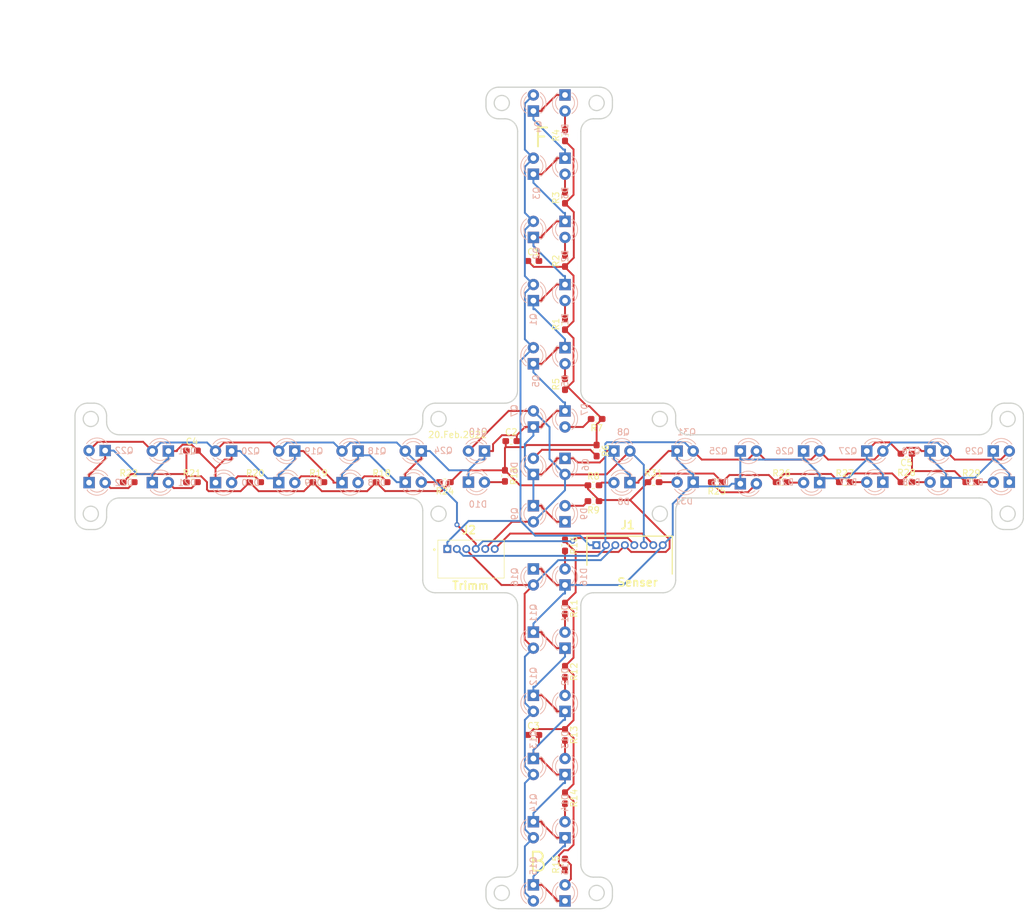
<source format=kicad_pcb>
(kicad_pcb (version 20211014) (generator pcbnew)
  (title_block (title "Line Senser") (date "2022-02-20"))
  (layers (0 "F.Cu" signal) (31 "B.Cu" signal) (34 "B.Paste" user) (35 "F.Paste" user) (36 "B.SilkS" user "B.Silkscreen") (37 "F.SilkS" user "F.Silkscreen") (38 "B.Mask" user) (39 "F.Mask" user) (44 "Edge.Cuts" user))
  (net 0 "")
  (net 1 "Net-(C1-Pad2)")
  (net 2 "Net-(C1-Pad1)")
  (net 3 "Net-(D1-Pad2)")
  (net 4 "Net-(D2-Pad2)")
  (net 5 "Net-(D3-Pad2)")
  (net 6 "Net-(D4-Pad2)")
  (net 7 "Net-(D5-Pad2)")
  (net 8 "Net-(D6-Pad2)")
  (net 9 "Net-(D7-Pad2)")
  (net 10 "Net-(D8-Pad2)")
  (net 11 "Net-(D9-Pad2)")
  (net 12 "Net-(D10-Pad2)")
  (net 13 "Net-(D11-Pad2)")
  (net 14 "Net-(D12-Pad2)")
  (net 15 "Net-(D13-Pad2)")
  (net 16 "Net-(D14-Pad2)")
  (net 17 "Net-(D15-Pad2)")
  (net 18 "Net-(D16-Pad2)")
  (net 19 "Net-(D18-Pad2)")
  (net 20 "Net-(D19-Pad2)")
  (net 21 "Net-(D20-Pad2)")
  (net 22 "Net-(D21-Pad2)")
  (net 23 "Net-(D22-Pad2)")
  (net 24 "Net-(D24-Pad2)")
  (net 25 "Net-(D25-Pad2)")
  (net 26 "Net-(D26-Pad2)")
  (net 27 "Net-(D27-Pad2)")
  (net 28 "Net-(D28-Pad2)")
  (net 29 "Net-(D31-Pad2)")
  (net 30 "Net-(J1-Pad7)")
  (net 31 "Net-(J1-Pad6)")
  (net 32 "Net-(J1-Pad5)")
  (net 33 "Net-(J1-Pad3)")
  (net 34 "Net-(J1-Pad2)")
  (net 35 "Net-(J1-Pad1)")
  (net 36 "Net-(D29-Pad2)")
  (footprint "Capacitor_SMD:C_0603_1608Metric_Pad1.05x0.95mm_HandSolder" (layer "F.Cu") (at 99 106)
    (fp_text reference "C2")
    (fp_text value "10u")
  )
  (footprint "Capacitor_SMD:C_0603_1608Metric_Pad1.05x0.95mm_HandSolder" (layer "F.Cu") (at 102.5 77.5)
    (fp_text reference "C1")
    (fp_text value "10u")
  )
  (footprint "Capacitor_SMD:C_0603_1608Metric_Pad1.05x0.95mm_HandSolder" (layer "F.Cu") (at 102.5 152.5)
    (fp_text reference "C3")
    (fp_text value "10u")
  )
  (footprint "Capacitor_SMD:C_0603_1608Metric_Pad1.05x0.95mm_HandSolder" (layer "F.Cu") (at 48.5 107.5)
    (fp_text reference "C4")
    (fp_text value "10u")
  )
  (footprint "Capacitor_SMD:C_0603_1608Metric_Pad1.05x0.95mm_HandSolder" (layer "F.Cu") (at 161.5 108 180)
    (fp_text reference "C5")
    (fp_text value "10u")
  )
  (footprint "0.main.robot:JSTS8B-ZRLFSN" (layer "F.Cu") (at 112.46 125.64)
    (fp_text reference "J1")
    (fp_text value "Senser")
  )
  (footprint "0.main.robot:JSTS6B-ZRLFSN" (layer "F.Cu") (at 88.885 123.075)
    (fp_text reference "J2")
    (fp_text value "Trimm")
  )
  (footprint "Resistor_SMD:R_0603_1608Metric_Pad1.05x0.95mm_HandSolder" (layer "F.Cu") (at 112.5 107.5 -90)
    (fp_text reference "R6")
    (fp_text value "470")
  )
  (footprint "Resistor_SMD:R_0603_1608Metric_Pad1.05x0.95mm_HandSolder" (layer "F.Cu") (at 112.5 102.5 180)
    (fp_text reference "R7")
    (fp_text value "470")
  )
  (footprint "Resistor_SMD:R_0603_1608Metric_Pad1.05x0.95mm_HandSolder" (layer "F.Cu") (at 107.5 57.625 90)
    (fp_text reference "R4")
    (fp_text value "470")
  )
  (footprint "Resistor_SMD:R_0603_1608Metric_Pad1.05x0.95mm_HandSolder" (layer "F.Cu") (at 112 113)
    (fp_text reference "R8")
    (fp_text value "470")
  )
  (footprint "Resistor_SMD:R_0603_1608Metric_Pad1.05x0.95mm_HandSolder" (layer "F.Cu") (at 121.5 112.5)
    (fp_text reference "R31")
    (fp_text value "470")
  )
  (footprint "Resistor_SMD:R_0603_1608Metric_Pad1.05x0.95mm_HandSolder" (layer "F.Cu") (at 112 115.5 180)
    (fp_text reference "R9")
    (fp_text value "470")
  )
  (footprint "Resistor_SMD:R_0603_1608Metric_Pad1.05x0.95mm_HandSolder" (layer "F.Cu") (at 107.5 122.5 -90)
    (fp_text reference "R16")
    (fp_text value "470")
  )
  (footprint "Resistor_SMD:R_0603_1608Metric_Pad1.05x0.95mm_HandSolder" (layer "F.Cu") (at 98 111.5 -90)
    (fp_text reference "R10")
    (fp_text value "470")
  )
  (footprint "Resistor_SMD:R_0603_1608Metric_Pad1.05x0.95mm_HandSolder" (layer "F.Cu") (at 88.5 112.5 180)
    (fp_text reference "R24")
    (fp_text value "470")
  )
  (footprint "Resistor_SMD:R_0603_1608Metric_Pad1.05x0.95mm_HandSolder" (layer "F.Cu") (at 107.5 87.5 90)
    (fp_text reference "R1")
    (fp_text value "470")
  )
  (footprint "Resistor_SMD:R_0603_1608Metric_Pad1.05x0.95mm_HandSolder" (layer "F.Cu") (at 107.5 77.5 90)
    (fp_text reference "R2")
    (fp_text value "470")
  )
  (footprint "Resistor_SMD:R_0603_1608Metric_Pad1.05x0.95mm_HandSolder" (layer "F.Cu") (at 107.5 67.5 90)
    (fp_text reference "R3")
    (fp_text value "470")
  )
  (footprint "Resistor_SMD:R_0603_1608Metric_Pad1.05x0.95mm_HandSolder" (layer "F.Cu") (at 107.5 132.5 -90)
    (fp_text reference "R11")
    (fp_text value "470")
  )
  (footprint "Resistor_SMD:R_0603_1608Metric_Pad1.05x0.95mm_HandSolder" (layer "F.Cu") (at 107.5 142.5 -90)
    (fp_text reference "R12")
    (fp_text value "470")
  )
  (footprint "Resistor_SMD:R_0603_1608Metric_Pad1.05x0.95mm_HandSolder" (layer "F.Cu") (at 107.5 152.5 -90)
    (fp_text reference "R13")
    (fp_text value "470")
  )
  (footprint "Resistor_SMD:R_0603_1608Metric_Pad1.05x0.95mm_HandSolder" (layer "F.Cu") (at 107.5 162.5 -90)
    (fp_text reference "R14")
    (fp_text value "470")
  )
  (footprint "Resistor_SMD:R_0603_1608Metric_Pad1.05x0.95mm_HandSolder" (layer "F.Cu") (at 107.5 173 90)
    (fp_text reference "R15")
    (fp_text value "470")
  )
  (footprint "Resistor_SMD:R_0603_1608Metric_Pad1.05x0.95mm_HandSolder" (layer "F.Cu") (at 78.5 112.5)
    (fp_text reference "R18")
    (fp_text value "470")
  )
  (footprint "Resistor_SMD:R_0603_1608Metric_Pad1.05x0.95mm_HandSolder" (layer "F.Cu") (at 68.5 112.5)
    (fp_text reference "R19")
    (fp_text value "470")
  )
  (footprint "Resistor_SMD:R_0603_1608Metric_Pad1.05x0.95mm_HandSolder" (layer "F.Cu") (at 58.5 112.5)
    (fp_text reference "R20")
    (fp_text value "470")
  )
  (footprint "Resistor_SMD:R_0603_1608Metric_Pad1.05x0.95mm_HandSolder" (layer "F.Cu") (at 48.5 112.5)
    (fp_text reference "R21")
    (fp_text value "470")
  )
  (footprint "Resistor_SMD:R_0603_1608Metric_Pad1.05x0.95mm_HandSolder" (layer "F.Cu") (at 38.5 112.5)
    (fp_text reference "R22")
    (fp_text value "470")
  )
  (footprint "Resistor_SMD:R_0603_1608Metric_Pad1.05x0.95mm_HandSolder" (layer "F.Cu") (at 131.5 112.5 180)
    (fp_text reference "R25")
    (fp_text value "470")
  )
  (footprint "Resistor_SMD:R_0603_1608Metric_Pad1.05x0.95mm_HandSolder" (layer "F.Cu") (at 141.75 112.5)
    (fp_text reference "R26")
    (fp_text value "470")
  )
  (footprint "Resistor_SMD:R_0603_1608Metric_Pad1.05x0.95mm_HandSolder" (layer "F.Cu") (at 151.75 112.5)
    (fp_text reference "R27")
    (fp_text value "470")
  )
  (footprint "Resistor_SMD:R_0603_1608Metric_Pad1.05x0.95mm_HandSolder" (layer "F.Cu") (at 161.5 112.5)
    (fp_text reference "R28")
    (fp_text value "470")
  )
  (footprint "Resistor_SMD:R_0603_1608Metric_Pad1.05x0.95mm_HandSolder" (layer "F.Cu") (at 171.75 112.5)
    (fp_text reference "R29")
    (fp_text value "470")
  )
  (footprint "Resistor_SMD:R_0603_1608Metric_Pad1.05x0.95mm_HandSolder" (layer "F.Cu") (at 107.5 97 90)
    (fp_text reference "R5")
    (fp_text value "470")
  )
  (footprint "0.main.robot:OSW54K3131A" (layer "B.Cu") (at 102.5 110 90)
    (fp_text reference "D6")
    (fp_text value "LED")
  )
  (footprint "0.main.robot:OSW54K3131A" (layer "B.Cu") (at 107.5 102.5 -90)
    (fp_text reference "D7")
    (fp_text value "LED")
  )
  (footprint "0.main.robot:OSW54K3131A" (layer "B.Cu") (at 107.5 52.5 -90)
    (fp_text reference "D4")
    (fp_text value "LED")
  )
  (footprint "0.main.robot:OSW54K3131A" (layer "B.Cu") (at 107.5 127.5 90)
    (fp_text reference "D16")
    (fp_text value "LED")
  )
  (footprint "0.main.robot:OSW54K3131A" (layer "B.Cu") (at 93.5 112.5)
    (fp_text reference "D10")
    (fp_text value "LED")
  )
  (footprint "0.main.robot:OSW54K3131A" (layer "B.Cu") (at 83.5 112.5)
    (fp_text reference "D24")
    (fp_text value "LED")
  )
  (footprint "0.main.robot:OSW54K3131A" (layer "B.Cu") (at 107.5 82.5 -90)
    (fp_text reference "D1")
    (fp_text value "LED")
  )
  (footprint "0.main.robot:OSW54K3131A" (layer "B.Cu") (at 107.5 72.5 -90)
    (fp_text reference "D2")
    (fp_text value "LED")
  )
  (footprint "0.main.robot:OSW54K3131A" (layer "B.Cu") (at 107.5 62.5 -90)
    (fp_text reference "D3")
    (fp_text value "LED")
  )
  (footprint "0.main.robot:OSW54K3131A" (layer "B.Cu") (at 107.5 137.5 90)
    (fp_text reference "D11")
    (fp_text value "LED")
  )
  (footprint "0.main.robot:OSW54K3131A" (layer "B.Cu") (at 107.5 147.5 90)
    (fp_text reference "D12")
    (fp_text value "LED")
  )
  (footprint "0.main.robot:OSW54K3131A" (layer "B.Cu") (at 107.5 157.5 90)
    (fp_text reference "D13")
    (fp_text value "LED")
  )
  (footprint "0.main.robot:OSW54K3131A" (layer "B.Cu") (at 107.5 167.5 90)
    (fp_text reference "D14")
    (fp_text value "LED")
  )
  (footprint "0.main.robot:OSW54K3131A" (layer "B.Cu") (at 107.5 177.5 90)
    (fp_text reference "D15")
    (fp_text value "LED")
  )
  (footprint "0.main.robot:OSW54K3131A" (layer "B.Cu") (at 63.5 112.574)
    (fp_text reference "D19")
    (fp_text value "LED")
  )
  (footprint "0.main.robot:OSW54K3131A" (layer "B.Cu") (at 53.5 112.574)
    (fp_text reference "D20")
    (fp_text value "LED")
  )
  (footprint "0.main.robot:OSW54K3131A" (layer "B.Cu") (at 43.5 112.574)
    (fp_text reference "D21")
    (fp_text value "LED")
  )
  (footprint "0.main.robot:NJL7502L" (layer "B.Cu") (at 107.5 110 -90)
    (fp_text reference "Q6")
    (fp_text value "Q_Photo")
  )
  (footprint "0.main.robot:NJL7502L" (layer "B.Cu") (at 102.5 102.5 90)
    (fp_text reference "Q7")
    (fp_text value "Q_Photo")
  )
  (footprint "0.main.robot:NJL7502L" (layer "B.Cu") (at 102.5 52.5 90)
    (fp_text reference "Q4")
    (fp_text value "Q_Photo")
  )
  (footprint "0.main.robot:NJL7502L" (layer "B.Cu") (at 116.5 107.574)
    (fp_text reference "Q8")
    (fp_text value "Q_Photo")
  )
  (footprint "0.main.robot:NJL7502L" (layer "B.Cu") (at 126.5 107.574)
    (fp_text reference "Q31")
    (fp_text value "Q_Photo")
  )
  (footprint "0.main.robot:NJL7502L" (layer "B.Cu") (at 93.5 107.574 180)
    (fp_text reference "Q10")
    (fp_text value "Q_Photo")
  )
  (footprint "0.main.robot:NJL7502L" (layer "B.Cu") (at 83.5 107.574 180)
    (fp_text reference "Q24")
    (fp_text value "Q_Photo")
  )
  (footprint "0.main.robot:NJL7502L" (layer "B.Cu") (at 102.5 82.5 90)
    (fp_text reference "Q1")
    (fp_text value "Q_Photo")
  )
  (footprint "0.main.robot:NJL7502L" (layer "B.Cu") (at 102.5 72.5 90)
    (fp_text reference "Q2")
    (fp_text value "Q_Photo")
  )
  (footprint "0.main.robot:NJL7502L" (layer "B.Cu") (at 102.5 62.5 90)
    (fp_text reference "Q3")
    (fp_text value "Q_Photo")
  )
  (footprint "0.main.robot:NJL7502L" (layer "B.Cu") (at 102.5 167.5 -90)
    (fp_text reference "Q14")
    (fp_text value "Q_Photo")
  )
  (footprint "0.main.robot:NJL7502L" (layer "B.Cu") (at 102.5 177.5 -90)
    (fp_text reference "Q15")
    (fp_text value "Q_Photo")
  )
  (footprint "0.main.robot:NJL7502L" (layer "B.Cu") (at 73.5 107.574 180)
    (fp_text reference "Q18")
    (fp_text value "Q_Photo")
  )
  (footprint "0.main.robot:NJL7502L" (layer "B.Cu") (at 63.5 107.574 180)
    (fp_text reference "Q19")
    (fp_text value "Q_Photo")
  )
  (footprint "0.main.robot:NJL7502L" (layer "B.Cu") (at 53.5 107.574 180)
    (fp_text reference "Q20")
    (fp_text value "Q_Photo")
  )
  (footprint "0.main.robot:NJL7502L" (layer "B.Cu") (at 43.5 107.574 180)
    (fp_text reference "Q21")
    (fp_text value "Q_Photo")
  )
  (footprint "0.main.robot:NJL7502L" (layer "B.Cu") (at 33.5 107.5 180)
    (fp_text reference "Q22")
    (fp_text value "Q_Photo")
  )
  (footprint "0.main.robot:NJL7502L" (layer "B.Cu") (at 136.5 107.574)
    (fp_text reference "Q25")
    (fp_text value "Q_Photo")
  )
  (footprint "0.main.robot:NJL7502L" (layer "B.Cu") (at 146.5 107.574)
    (fp_text reference "Q26")
    (fp_text value "Q_Photo")
  )
  (footprint "0.main.robot:NJL7502L" (layer "B.Cu") (at 156.5 107.574)
    (fp_text reference "Q27")
    (fp_text value "Q_Photo")
  )
  (footprint "0.main.robot:NJL7502L" (layer "B.Cu") (at 166.5 107.574)
    (fp_text reference "Q28")
    (fp_text value "Q_Photo")
  )
  (footprint "0.main.robot:NJL7502L" (layer "B.Cu") (at 176.5 107.574)
    (fp_text reference "Q29")
    (fp_text value "Q_Photo")
  )
  (footprint "0.main.robot:OSW54K3131A" (layer "B.Cu") (at 107.5 92.5 -90)
    (fp_text reference "D5")
    (fp_text value "LED")
  )
  (footprint "0.main.robot:NJL7502L" (layer "B.Cu") (at 102.5 92.5 90)
    (fp_text reference "Q5")
    (fp_text value "Q_Photo")
  )
  (footprint "0.main.robot:OSW54K3131A" (layer "B.Cu") (at 136.5 112.75)
    (fp_text reference "D25")
    (fp_text value "LED")
  )
  (footprint "0.main.robot:OSW54K3131A" (layer "B.Cu") (at 33.5 112.574)
    (fp_text reference "D22")
    (fp_text value "LED")
  )
  (footprint "0.main.robot:OSW54K3131A" (layer "B.Cu") (at 73.5 112.574)
    (fp_text reference "D18")
    (fp_text value "LED")
  )
  (footprint "0.main.robot:OSW54K3131A" (layer "B.Cu") (at 176.5 112.5 180)
    (fp_text reference "D29")
    (fp_text value "LED")
  )
  (footprint "0.main.robot:OSW54K3131A" (layer "B.Cu") (at 166.5 112.5 180)
    (fp_text reference "D28")
    (fp_text value "LED")
  )
  (footprint "0.main.robot:OSW54K3131A" (layer "B.Cu") (at 156.5 112.5 180)
    (fp_text reference "D27")
    (fp_text value "LED")
  )
  (footprint "0.main.robot:OSW54K3131A" (layer "B.Cu") (at 146.5 112.574 180)
    (fp_text reference "D26")
    (fp_text value "LED")
  )
  (footprint "0.main.robot:OSW54K3131A" (layer "B.Cu") (at 126.5 112.5 180)
    (fp_text reference "D31")
    (fp_text value "LED")
  )
  (footprint "0.main.robot:OSW54K3131A" (layer "B.Cu") (at 116.5 112.574 180)
    (fp_text reference "D8")
    (fp_text value "LED")
  )
  (footprint "0.main.robot:OSW54K3131A" (layer "B.Cu") (at 107.5 117.5 90)
    (fp_text reference "D9")
    (fp_text value "LED")
  )
  (footprint "0.main.robot:NJL7502L" (layer "B.Cu") (at 102.5 127.5 -90)
    (fp_text reference "Q16")
    (fp_text value "Q_Photo")
  )
  (footprint "0.main.robot:NJL7502L" (layer "B.Cu") (at 102.5 137.5 -90)
    (fp_text reference "Q11")
    (fp_text value "Q_Photo")
  )
  (footprint "0.main.robot:NJL7502L" (layer "B.Cu") (at 102.5 157.5 -90)
    (fp_text reference "Q13")
    (fp_text value "Q_Photo")
  )
  (footprint "0.main.robot:NJL7502L" (layer "B.Cu") (at 102.5 117.5 -90)
    (fp_text reference "Q9")
    (fp_text value "Q_Photo")
  )
  (footprint "0.main.robot:NJL7502L" (layer "B.Cu") (at 102.5 147.5 -90)
    (fp_text reference "Q12")
    (fp_text value "Q_Photo")
  )
  (gr_line (start 112 175) (end 113 175) (layer "Edge.Cuts") (width 0.2))
  (gr_arc (start 175.000001 103) (mid 174.414215 104.414214) (end 173.000001 105) (layer "Edge.Cuts") (width 0.2))
  (gr_line (start 94.999999 52.999999) (end 94.999999 52) (layer "Edge.Cuts") (width 0.2))
  (gr_line (start 96.999999 50) (end 113 49.999999) (layer "Edge.Cuts") (width 0.2))
  (gr_circle (center 32.499998 117.5) (end 33.699998 117.5) (layer "Edge.Cuts") (width 0.2) (fill none))
  (gr_arc (start 84.999999 103) (mid 84.414213 104.414214) (end 82.999999 105) (layer "Edge.Cuts") (width 0.2))
  (gr_line (start 177.000001 99.999999) (end 178.000001 99.999999) (layer "Edge.Cuts") (width 0.2))
  (gr_arc (start 98 54.999999) (mid 99.414214 55.585785) (end 100 56.999999) (layer "Edge.Cuts") (width 0.2))
  (gr_arc (start 100 97.999999) (mid 99.414214 99.414213) (end 98 99.999999) (layer "Edge.Cuts") (width 0.2))
  (gr_circle (center 122.5 102.499999) (end 123.7 102.499999) (layer "Edge.Cuts") (width 0.2) (fill none))
  (gr_line (start 127 105) (end 173.000001 105) (layer "Edge.Cuts") (width 0.2))
  (gr_line (start 112 99.999999) (end 123 99.999999) (layer "Edge.Cuts") (width 0.2))
  (gr_line (start 86.999999 99.999999) (end 98 99.999999) (layer "Edge.Cuts") (width 0.2))
  (gr_arc (start 112 99.999999) (mid 110.585786 99.414213) (end 110 97.999999) (layer "Edge.Cuts") (width 0.2))
  (gr_arc (start 94.999999 177) (mid 95.585785 175.585786) (end 96.999999 175) (layer "Edge.Cuts") (width 0.2))
  (gr_arc (start 115 52.999999) (mid 114.414214 54.414213) (end 113 54.999999) (layer "Edge.Cuts") (width 0.2))
  (gr_circle (center 87.499999 117.5) (end 88.699999 117.5) (layer "Edge.Cuts") (width 0.2) (fill none))
  (gr_line (start 175.000001 118) (end 175.000001 117) (layer "Edge.Cuts") (width 0.2))
  (gr_arc (start 113 49.999999) (mid 114.414214 50.585785) (end 115 51.999999) (layer "Edge.Cuts") (width 0.2))
  (gr_line (start 84.999999 128) (end 84.999999 117) (layer "Edge.Cuts") (width 0.2))
  (gr_circle (center 87.499999 102.499999) (end 88.699999 102.499999) (layer "Edge.Cuts") (width 0.2) (fill none))
  (gr_line (start 29.999998 118) (end 29.999998 101.999999) (layer "Edge.Cuts") (width 0.2))
  (gr_circle (center 122.5 117.5) (end 123.7 117.5) (layer "Edge.Cuts") (width 0.2) (fill none))
  (gr_line (start 180.000001 101.999999) (end 180.000001 118) (layer "Edge.Cuts") (width 0.2))
  (gr_line (start 32.999998 120) (end 31.999998 120) (layer "Edge.Cuts") (width 0.2))
  (gr_line (start 113 180.000001) (end 96.999999 180.000001) (layer "Edge.Cuts") (width 0.2))
  (gr_line (start 113 54.999999) (end 112 54.999999) (layer "Edge.Cuts") (width 0.2))
  (gr_arc (start 125 128) (mid 124.414214 129.414214) (end 123 130) (layer "Edge.Cuts") (width 0.2))
  (gr_line (start 125 101.999999) (end 125 103) (layer "Edge.Cuts") (width 0.2))
  (gr_arc (start 96.999999 54.999999) (mid 95.585785 54.414213) (end 94.999999 52.999999) (layer "Edge.Cuts") (width 0.2))
  (gr_arc (start 125 117) (mid 125.585786 115.585786) (end 127 115) (layer "Edge.Cuts") (width 0.2))
  (gr_line (start 96.999999 175) (end 98 175) (layer "Edge.Cuts") (width 0.2))
  (gr_line (start 100 173) (end 100 132) (layer "Edge.Cuts") (width 0.2))
  (gr_arc (start 96.999999 180.000001) (mid 95.585785 179.414215) (end 94.999999 178.000001) (layer "Edge.Cuts") (width 0.2))
  (gr_arc (start 113 175) (mid 114.414214 175.585786) (end 115 177) (layer "Edge.Cuts") (width 0.2))
  (gr_arc (start 173.000001 115) (mid 174.414215 115.585786) (end 175.000001 117) (layer "Edge.Cuts") (width 0.2))
  (gr_line (start 110 132) (end 110 173) (layer "Edge.Cuts") (width 0.2))
  (gr_arc (start 112 175) (mid 110.585786 174.414214) (end 110 173) (layer "Edge.Cuts") (width 0.2))
  (gr_line (start 34.999998 117) (end 34.999998 118) (layer "Edge.Cuts") (width 0.2))
  (gr_arc (start 84.999999 101.999999) (mid 85.585785 100.585785) (end 86.999999 99.999999) (layer "Edge.Cuts") (width 0.2))
  (gr_line (start 115 51.999999) (end 115 52.999999) (layer "Edge.Cuts") (width 0.2))
  (gr_arc (start 178.000001 99.999999) (mid 179.414215 100.585785) (end 180.000001 101.999999) (layer "Edge.Cuts") (width 0.2))
  (gr_arc (start 32.999998 99.999999) (mid 34.414212 100.585785) (end 34.999998 101.999999) (layer "Edge.Cuts") (width 0.2))
  (gr_arc (start 127 105) (mid 125.585786 104.414214) (end 125 103) (layer "Edge.Cuts") (width 0.2))
  (gr_arc (start 115 178.000001) (mid 114.414214 179.414215) (end 113 180.000001) (layer "Edge.Cuts") (width 0.2))
  (gr_circle (center 97.499999 177.500001) (end 98.699999 177.500001) (layer "Edge.Cuts") (width 0.2) (fill none))
  (gr_arc (start 110 56.999999) (mid 110.585786 55.585785) (end 112 54.999999) (layer "Edge.Cuts") (width 0.2))
  (gr_arc (start 31.999998 120) (mid 30.585784 119.414214) (end 29.999998 118) (layer "Edge.Cuts") (width 0.2))
  (gr_arc (start 100 173) (mid 99.414214 174.414214) (end 98 175) (layer "Edge.Cuts") (width 0.2))
  (gr_arc (start 86.999999 130) (mid 85.585785 129.414214) (end 84.999999 128) (layer "Edge.Cuts") (width 0.2))
  (gr_circle (center 112.5 177.500001) (end 113.7 177.500001) (layer "Edge.Cuts") (width 0.2) (fill none))
  (gr_line (start 98 54.999999) (end 96.999999 54.999999) (layer "Edge.Cuts") (width 0.2))
  (gr_circle (center 112.5 52.499999) (end 113.7 52.499999) (layer "Edge.Cuts") (width 0.2) (fill none))
  (gr_arc (start 180.000001 118) (mid 179.414215 119.414214) (end 178.000001 120) (layer "Edge.Cuts") (width 0.2))
  (gr_circle (center 177.500001 102.499999) (end 178.700001 102.499999) (layer "Edge.Cuts") (width 0.2) (fill none))
  (gr_arc (start 29.999998 101.999999) (mid 30.585784 100.585785) (end 31.999998 99.999999) (layer "Edge.Cuts") (width 0.2))
  (gr_line (start 31.999998 99.999999) (end 32.999998 99.999999) (layer "Edge.Cuts") (width 0.2))
  (gr_arc (start 34.999998 118) (mid 34.414212 119.414214) (end 32.999998 120) (layer "Edge.Cuts") (width 0.2))
  (gr_line (start 123 130) (end 112 130) (layer "Edge.Cuts") (width 0.2))
  (gr_line (start 94.999999 178.000001) (end 94.999999 177) (layer "Edge.Cuts") (width 0.2))
  (gr_arc (start 34.999998 117) (mid 35.585784 115.585786) (end 36.999998 115) (layer "Edge.Cuts") (width 0.2))
  (gr_circle (center 32.499998 102.499999) (end 33.699998 102.499999) (layer "Edge.Cuts") (width 0.2) (fill none))
  (gr_arc (start 98 130) (mid 99.414214 130.585786) (end 100 132) (layer "Edge.Cuts") (width 0.2))
  (gr_line (start 82.999999 115) (end 36.999998 115) (layer "Edge.Cuts") (width 0.2))
  (gr_arc (start 110 132) (mid 110.585786 130.585786) (end 112 130) (layer "Edge.Cuts") (width 0.2))
  (gr_line (start 84.999999 103) (end 84.999999 101.999999) (layer "Edge.Cuts") (width 0.2))
  (gr_arc (start 123 99.999999) (mid 124.414214 100.585785) (end 125 101.999999) (layer "Edge.Cuts") (width 0.2))
  (gr_line (start 178.000001 120) (end 177.000001 120) (layer "Edge.Cuts") (width 0.2))
  (gr_line (start 175.000001 103) (end 175.000001 101.999999) (layer "Edge.Cuts") (width 0.2))
  (gr_line (start 115 177) (end 115 178.000001) (layer "Edge.Cuts") (width 0.2))
  (gr_line (start 173.000001 115) (end 127 115) (layer "Edge.Cuts") (width 0.2))
  (gr_line (start 36.999998 105) (end 82.999999 105) (layer "Edge.Cuts") (width 0.2))
  (gr_line (start 125 117) (end 125 128) (layer "Edge.Cuts") (width 0.2))
  (gr_line (start 34.999998 101.999999) (end 34.999998 103) (layer "Edge.Cuts") (width 0.2))
  (gr_circle (center 177.500001 117.5) (end 178.700001 117.5) (layer "Edge.Cuts") (width 0.2) (fill none))
  (gr_line (start 100 97.999999) (end 100 56.999999) (layer "Edge.Cuts") (width 0.2))
  (gr_arc (start 94.999999 52) (mid 95.585785 50.585786) (end 96.999999 50) (layer "Edge.Cuts") (width 0.2))
  (gr_arc (start 175.000001 101.999999) (mid 175.585787 100.585785) (end 177.000001 99.999999) (layer "Edge.Cuts") (width 0.2))
  (gr_circle (center 97.499999 52.499999) (end 98.699999 52.499999) (layer "Edge.Cuts") (width 0.2) (fill none))
  (gr_arc (start 36.999998 105) (mid 35.585784 104.414214) (end 34.999998 103) (layer "Edge.Cuts") (width 0.2))
  (gr_line (start 110 56.999999) (end 110 97.999999) (layer "Edge.Cuts") (width 0.2))
  (gr_line (start 98 130) (end 86.999999 130) (layer "Edge.Cuts") (width 0.2))
  (gr_arc (start 82.999999 115) (mid 84.414213 115.585786) (end 84.999999 117) (layer "Edge.Cuts") (width 0.2))
  (gr_arc (start 177.000001 120) (mid 175.585787 119.414214) (end 175.000001 118) (layer "Edge.Cuts") (width 0.2))
  (gr_text "F" (at 103.8 58) (layer "F.SilkS") (effects (font (size 3 3) (thickness 0.3))))
  (gr_text "B" (at 103.2 172.6) (layer "F.SilkS") (effects (font (size 3 3) (thickness 0.3))))
  (gr_text "20.Feb.2022" (at 90.5 105) (layer "F.SilkS") (effects (font (size 1 1))))
  (segment (start 47.0071 106.5668) (end 48.4418 106.5668) (width 0.3) (layer "F.Cu") (net 1))
  (segment (start 107.5 101.23) (end 106.1497 101.23) (width 0.3) (layer "F.Cu") (net 1))
  (segment (start 109.5034 109.3831) (end 112.9989 109.3831) (width 0.3) (layer "F.Cu") (net 1))
  (segment (start 102.5 73.77) (end 102.5 75.1203) (width 0.3) (layer "F.Cu") (net 1))
  (segment (start 70.8797 112.3334) (end 66.1203 107.574) (width 0.3) (layer "F.Cu") (net 1))
  (segment (start 34.77 107.5) (end 34.77 108.8503) (width 0.3) (layer "F.Cu") (net 1))
  (segment (start 102.5 103.77) (end 101.1497 103.77) (width 0.3) (layer "F.Cu") (net 1))
  (segment (start 160.625 108) (end 158.8284 106.2034) (width 0.3) (layer "F.Cu") (net 1))
  (segment (start 106.1497 91.4706) (end 106.1497 91.23) (width 0.3) (layer "F.Cu") (net 1))
  (segment (start 64.77 107.574) (end 66.1203 107.574) (width 0.3) (layer "F.Cu") (net 1))
  (segment (start 103.8503 73.5294) (end 103.8503 73.77) (width 0.3) (layer "F.Cu") (net 1))
  (segment (start 102.5 136.23) (end 103.8503 136.23) (width 0.3) (layer "F.Cu") (net 1))
  (segment (start 102.5 75.1203) (end 103.375 75.9953) (width 0.3) (layer "F.Cu") (net 1))
  (segment (start 34.77 108.8503) (end 32.3966 111.2237) (width 0.3) (layer "F.Cu") (net 1))
  (segment (start 106.1497 148.5294) (end 106.1497 148.77) (width 0.3) (layer "F.Cu") (net 1))
  (segment (start 106.1497 158.77) (end 103.8503 156.4706) (width 0.3) (layer "F.Cu") (net 1))
  (segment (start 103.8503 83.5294) (end 103.8503 83.77) (width 0.3) (layer "F.Cu") (net 1))
  (segment (start 96.1203 106.4769) (end 96.1203 107.574) (width 0.3) (layer "F.Cu") (net 1))
  (segment (start 94.77 107.574) (end 96.1203 107.574) (width 0.3) (layer "F.Cu") (net 1))
  (segment (start 107.5 81.23) (end 106.1497 81.23) (width 0.3) (layer "F.Cu") (net 1))
  (segment (start 107.5 138.77) (end 106.1497 138.77) (width 0.3) (layer "F.Cu") (net 1))
  (segment (start 99.875 105.069) (end 99.875 106) (width 0.3) (layer "F.Cu") (net 1))
  (segment (start 103.8503 156.4706) (end 103.8503 156.23) (width 0.3) (layer "F.Cu") (net 1))
  (segment (start 160.625 108) (end 161.5526 107.0724) (width 0.3) (layer "F.Cu") (net 1))
  (segment (start 161.5526 107.0724) (end 163.3781 107.0724) (width 0.3) (layer "F.Cu") (net 1))
  (segment (start 107.5 51.23) (end 106.1497 51.23) (width 0.3) (layer "F.Cu") (net 1))
  (segment (start 113.8797 108.5023) (end 113.8797 107.574) (width 0.3) (layer "F.Cu") (net 1))
  (segment (start 102.5 63.77) (end 103.8503 63.77) (width 0.3) (layer "F.Cu") (net 1))
  (segment (start 107.5 71.23) (end 106.1497 71.23) (width 0.3) (layer "F.Cu") (net 1))
  (segment (start 103.8503 146.23) (end 106.1497 148.5294) (width 0.3) (layer "F.Cu") (net 1))
  (segment (start 72.23 112.574) (end 70.8797 112.574) (width 0.3) (layer "F.Cu") (net 1))
  (segment (start 84.77 108.9243) (end 84.4554 108.9243) (width 0.3) (layer "F.Cu") (net 1))
  (segment (start 46.1203 107.4536) (end 47.0071 106.5668) (width 0.3) (layer "F.Cu") (net 1))
  (segment (start 102.5 73.77) (end 103.8503 73.77) (width 0.3) (layer "F.Cu") (net 1))
  (segment (start 165.23 107.574) (end 163.8797 107.574) (width 0.3) (layer "F.Cu") (net 1))
  (segment (start 125.23 107.574) (end 123.8797 107.574) (width 0.3) (layer "F.Cu") (net 1))
  (segment (start 70.8797 112.574) (end 70.8797 112.3334) (width 0.3) (layer "F.Cu") (net 1))
  (segment (start 107.5 108.73) (end 108.8503 108.73) (width 0.3) (layer "F.Cu") (net 1))
  (segment (start 156.6006 106.2034) (end 155.23 107.574) (width 0.3) (layer "F.Cu") (net 1))
  (segment (start 107.5 168.77) (end 106.1497 168.77) (width 0.3) (layer "F.Cu") (net 1))
  (segment (start 103.8503 53.5294) (end 103.8503 53.77) (width 0.3) (layer "F.Cu") (net 1))
  (segment (start 115.23 107.574) (end 113.8797 107.574) (width 0.3) (layer "F.Cu") (net 1))
  (segment (start 106.1497 61.23) (end 106.1497 61.4706) (width 0.3) (layer "F.Cu") (net 1))
  (segment (start 103.8503 136.4706) (end 103.8503 136.23) (width 0.3) (layer "F.Cu") (net 1))
  (segment (start 102.5 103.77) (end 103.8503 103.77) (width 0.3) (layer "F.Cu") (net 1))
  (segment (start 158.8284 106.2034) (end 156.6006 106.2034) (width 0.3) (layer "F.Cu") (net 1))
  (segment (start 102.5 154.8797) (end 103.375 154.0047) (width 0.3) (layer "F.Cu") (net 1))
  (segment (start 103.375 154.0047) (end 103.375 152.5) (width 0.3) (layer "F.Cu") (net 1))
  (segment (start 97.5282 105.069) (end 96.1203 106.4769) (width 0.3) (layer "F.Cu") (net 1))
  (segment (start 106.1497 101.23) (end 103.8503 103.5294) (width 0.3) (layer "F.Cu") (net 1))
  (segment (start 106.1497 118.77) (end 103.8503 116.4706) (width 0.3) (layer "F.Cu") (net 1))
  (segment (start 49.375 107.5) (end 52.23 110.355) (width 0.3) (layer "F.Cu") (net 1))
  (segment (start 106.1497 178.5294) (end 106.1497 178.77) (width 0.3) (layer "F.Cu") (net 1))
  (segment (start 54.77 108.9243) (end 53.6607 108.9243) (width 0.3) (layer "F.Cu") (net 1))
  (segment (start 46.1203 107.574) (end 46.1203 107.4536) (width 0.3) (layer "F.Cu") (net 1))
  (segment (start 103.375 75.9953) (end 103.375 77.5) (width 0.3) (layer "F.Cu") (net 1))
  (segment (start 107.5 128.77) (end 106.1497 128.77) (width 0.3) (layer "F.Cu") (net 1))
  (segment (start 102.5 166.23) (end 103.8503 166.23) (width 0.3) (layer "F.Cu") (net 1))
  (segment (start 106.1497 138.77) (end 103.8503 136.4706) (width 0.3) (layer "F.Cu") (net 1))
  (segment (start 54.77 107.574) (end 54.77 108.9243) (width 0.3) (layer "F.Cu") (net 1))
  (segment (start 103.8503 166.23) (end 103.8503 166.4706) (width 0.3) (layer "F.Cu") (net 1))
  (segment (start 106.1497 128.77) (end 103.8503 126.4706) (width 0.3) (layer "F.Cu") (net 1))
  (segment (start 123.8797 107.574) (end 119.1203 112.3334) (width 0.3) (layer "F.Cu") (net 1))
  (segment (start 119.1203 112.3334) (end 119.1203 112.574) (width 0.3) (layer "F.Cu") (net 1))
  (segment (start 102.5 156.23) (end 103.8503 156.23) (width 0.3) (layer "F.Cu") (net 1))
  (segment (start 48.4418 106.5668) (end 49.375 107.5) (width 0.3) (layer "F.Cu") (net 1))
  (segment (start 102.5 53.77) (end 103.8503 53.77) (width 0.3) (layer "F.Cu") (net 1))
  (segment (start 53.6607 108.9243) (end 52.23 110.355) (width 0.3) (layer "F.Cu") (net 1))
  (segment (start 102.5 111.27) (end 103.8503 111.27) (width 0.3) (layer "F.Cu") (net 1))
  (segment (start 102.5 176.23) (end 103.8503 176.23) (width 0.3) (layer "F.Cu") (net 1))
  (segment (start 102.5 126.23) (end 103.8503 126.23) (width 0.3) (layer "F.Cu") (net 1))
  (segment (start 103.8503 126.4706) (end 103.8503 126.23) (width 0.3) (layer "F.Cu") (net 1))
  (segment (start 102.5 156.23) (end 102.5 154.8797) (width 0.3) (layer "F.Cu") (net 1))
  (segment (start 101.1497 103.77) (end 101.1497 103.7943) (width 0.3) (layer "F.Cu") (net 1))
  (segment (start 102.5 83.77) (end 103.8503 83.77) (width 0.3) (layer "F.Cu") (net 1))
  (segment (start 106.1497 108.9706) (end 106.1497 108.73) (width 0.3) (layer "F.Cu") (net 1))
  (segment (start 107.5 108.73) (end 106.1497 108.73) (width 0.3) (layer "F.Cu") (net 1))
  (segment (start 106.1497 81.23) (end 103.8503 83.5294) (width 0.3) (layer "F.Cu") (net 1))
  (segment (start 103.8503 116.4706) (end 103.8503 116.23) (width 0.3) (layer "F.Cu") (net 1))
  (segment (start 117.77 112.574) (end 119.1203 112.574) (width 0.3) (layer "F.Cu") (net 1))
  (segment (start 107.5 118.77) (end 106.1497 118.77) (width 0.3) (layer "F.Cu") (net 1))
  (segment (start 99.875 105.069) (end 97.5282 105.069) (width 0.3) (layer "F.Cu") (net 1))
  (segment (start 103.8503 103.5294) (end 103.8503 103.77) (width 0.3) (layer "F.Cu") (net 1))
  (segment (start 102.5 116.23) (end 103.8503 116.23) (width 0.3) (layer "F.Cu") (net 1))
  (segment (start 108.8503 108.73) (end 109.5034 109.3831) (width 0.3) (layer "F.Cu") (net 1))
  (segment (start 107.5 158.77) (end 106.1497 158.77) (width 0.3) (layer "F.Cu") (net 1))
  (segment (start 106.1497 51.23) (end 103.8503 53.5294) (width 0.3) (layer "F.Cu") (net 1))
  (segment (start 107.5 178.77) (end 106.1497 178.77) (width 0.3) (layer "F.Cu") (net 1))
  (segment (start 103.8503 176.23) (end 106.1497 178.5294) (width 0.3) (layer "F.Cu") (net 1))
  (segment (start 32.23 112.574) (end 32.23 111.2237) (width 0.3) (layer "F.Cu") (net 1))
  (segment (start 112.9989 109.3831) (end 113.8797 108.5023) (width 0.3) (layer "F.Cu") (net 1))
  (segment (start 44.77 107.574) (end 46.1203 107.574) (width 0.3) (layer "F.Cu") (net 1))
  (segment (start 102.5 93.77) (end 103.8503 93.77) (width 0.3) (layer "F.Cu") (net 1))
  (segment (start 84.77 107.574) (end 84.77 108.9243) (width 0.3) (layer "F.Cu") (net 1))
  (segment (start 163.3781 107.0724) (end 163.8797 107.574) (width 0.3) (layer "F.Cu") (net 1))
  (segment (start 101.1497 103.7943) (end 99.875 105.069) (width 0.3) (layer "F.Cu") (net 1))
  (segment (start 106.1497 71.23) (end 103.8503 73.5294) (width 0.3) (layer "F.Cu") (net 1))
  (segment (start 103.8503 166.4706) (end 106.1497 168.77) (width 0.3) (layer "F.Cu") (net 1))
  (segment (start 84.4554 108.9243) (end 82.23 111.1497) (width 0.3) (layer "F.Cu") (net 1))
  (segment (start 107.5 148.77) (end 106.1497 148.77) (width 0.3) (layer "F.Cu") (net 1))
  (segment (start 106.1497 61.4706) (end 103.8503 63.77) (width 0.3) (layer "F.Cu") (net 1))
  (segment (start 103.8503 111.27) (end 106.1497 108.9706) (width 0.3) (layer "F.Cu") (net 1))
  (segment (start 102.5 146.23) (end 103.8503 146.23) (width 0.3) (layer "F.Cu") (net 1))
  (segment (start 32.3966 111.2237) (end 32.23 111.2237) (width 0.3) (layer "F.Cu") (net 1))
  (segment (start 107.5 91.23) (end 106.1497 91.23) (width 0.3) (layer "F.Cu") (net 1))
  (segment (start 52.23 110.355) (end 52.23 112.574) (width 0.3) (layer "F.Cu") (net 1))
  (segment (start 103.8503 93.77) (end 106.1497 91.4706) (width 0.3) (layer "F.Cu") (net 1))
  (segment (start 107.5 61.23) (end 106.1497 61.23) (width 0.3) (layer "F.Cu") (net 1))
  (segment (start 82.23 112.5) (end 82.23 111.1497) (width 0.3) (layer "F.Cu") (net 1))
  (segment (start 60.4451 111.8988) (end 56.1203 107.574) (width 0.3) (layer "B.Cu") (net 1))
  (segment (start 64.77 108.9243) (end 62.4706 111.2237) (width 0.3) (layer "B.Cu") (net 1))
  (segment (start 127.77 112.5) (end 127.77 113.1751) (width 0.3) (layer "B.Cu") (net 1))
  (segment (start 147.77 111.8988) (end 147.77 111.2237) (width 0.3) (layer "B.Cu") (net 1))
  (segment (start 101.1497 109.9197) (end 102.5 111.27) (width 0.3) (layer "B.Cu") (net 1))
  (segment (start 107.2594 160.1203) (end 107.5 160.1203) (width 0.3) (layer "B.Cu") (net 1))
  (segment (start 62.23 111.8988) (end 60.4451 111.8988) (width 0.3) (layer "B.Cu") (net 1))
  (segment (start 34.77 107.5) (end 36.1203 107.5) (width 0.3) (layer "B.Cu") (net 1))
  (segment (start 102.7406 85.1203) (end 102.5 85.1203) (width 0.3) (layer "B.Cu") (net 1))
  (segment (start 107.2594 69.8797) (end 107.5 69.8797) (width 0.3) (layer "B.Cu") (net 1))
  (segment (start 102.5 136.23) (end 102.5 134.8797) (width 0.3) (layer "B.Cu") (net 1))
  (segment (start 36.1203 107.5) (end 39.844 111.2237) (width 0.3) (layer "B.Cu") (net 1))
  (segment (start 62.23 111.8988) (end 62.23 111.2237) (width 0.3) (layer "B.Cu") (net 1))
  (segment (start 93.9327 108.9243) (end 92.23 110.627) (width 0.3) (layer "B.Cu") (net 1))
  (segment (start 102.5 95.1203) (end 107.2594 99.8797) (width 0.3) (layer "B.Cu") (net 1))
  (segment (start 82.23 112.5) (end 80.8797 112.5) (width 0.3) (layer "B.Cu") (net 1))
  (segment (start 107.2594 59.8797) (end 107.5 59.8797) (width 0.3) (layer "B.Cu") (net 1))
  (segment (start 102.5 55.1203) (end 107.2594 59.8797) (width 0.3) (layer "B.Cu") (net 1))
  (segment (start 102.5 105.1203) (end 101.1497 106.4706) (width 0.3) (layer "B.Cu") (net 1))
  (segment (start 102.5 73.77) (end 102.5 75.1203) (width 0.3) (layer "B.Cu") (net 1))
  (segment (start 74.77 108.2491) (end 74.77 108.9243) (width 0.3) (layer "B.Cu") (net 1))
  (segment (start 102.5 75.1203) (end 107.2594 79.8797) (width 0.3) (layer "B.Cu") (net 1))
  (segment (start 122.96 122.465) (end 122.96 122.5637) (width 0.3) (layer "B.Cu") (net 1))
  (segment (start 74.77 107.574) (end 74.77 108.2491) (width 0.3) (layer "B.Cu") (net 1))
  (segment (start 135.23 112.75) (end 133.8797 112.75) (width 0.3) (layer "B.Cu") (net 1))
  (segment (start 135.23 107.574) (end 135.23 108.9243) (width 0.3) (layer "B.Cu") (net 1))
  (segment (start 145.4706 108.9243) (end 145.23 108.9243) (width 0.3) (layer "B.Cu") (net 1))
  (segment (start 74.77 108.9243) (end 74.5294 108.9243) (width 0.3) (layer "B.Cu") (net 1))
  (segment (start 117.5294 111.2237) (end 117.77 111.2237) (width 0.3) (layer "B.Cu") (net 1))
  (segment (start 124.5396 115.9195) (end 124.5396 120.8854) (width 0.3) (layer "B.Cu") (net 1))
  (segment (start 102.5 146.23) (end 102.5 144.8797) (width 0.3) (layer "B.Cu") (net 1))
  (segment (start 127.77 113.1751) (end 127.284 113.1751) (width 0.3) (layer "B.Cu") (net 1))
  (segment (start 62.23 112.574) (end 62.23 111.8988) (width 0.3) (layer "B.Cu") (net 1))
  (segment (start 157.77 112.5) (end 157.77 111.1497) (width 0.3) (layer "B.Cu") (net 1))
  (segment (start 177.77 112.5) (end 177.77 111.1497) (width 0.3) (layer "B.Cu") (net 1))
  (segment (start 117.77 112.574) (end 117.77 111.2237) (width 0.3) (layer "B.Cu") (net 1))
  (segment (start 102.5 164.8797) (end 107.2594 160.1203) (width 0.3) (layer "B.Cu") (net 1))
  (segment (start 102.5 176.23) (end 102.5 174.8797) (width 0.3) (layer "B.Cu") (net 1))
  (segment (start 165.5446 108.9243) (end 165.23 108.9243) (width 0.3) (layer "B.Cu") (net 1))
  (segment (start 165.23 107.574) (end 165.23 108.9243) (width 0.3) (layer "B.Cu") (net 1))
  (segment (start 74.77 108.2491) (end 76.6288 108.2491) (width 0.3) (layer "B.Cu") (net 1))
  (segment (start 107.2594 170.1203) (end 107.5 170.1203) (width 0.3) (layer "B.Cu") (net 1))
  (segment (start 102.5 166.23) (end 102.5 164.8797) (width 0.3) (layer "B.Cu") (net 1))
  (segment (start 175.5446 108.9243) (end 175.23 108.9243) (width 0.3) (layer "B.Cu") (net 1))
  (segment (start 107.5 81.23) (end 107.5 79.8797) (width 0.3) (layer "B.Cu") (net 1))
  (segment (start 44.77 107.574) (end 44.77 108.9243) (width 0.3) (layer "B.Cu") (net 1))
  (segment (start 177.77 111.1497) (end 175.5446 108.9243) (width 0.3) (layer "B.Cu") (net 1))
  (segment (start 94.77 107.574) (end 94.77 108.9243) (width 0.3) (layer "B.Cu") (net 1))
  (segment (start 155.23 107.574) (end 155.23 108.9243) (width 0.3) (layer "B.Cu") (net 1))
  (segment (start 107.5 101.23) (end 107.5 99.8797) (width 0.3) (layer "B.Cu") (net 1))
  (segment (start 102.7406 144.8797) (end 102.5 144.8797) (width 0.3) (layer "B.Cu") (net 1))
  (segment (start 107.5 89.8797) (end 102.7406 85.1203) (width 0.3) (layer "B.Cu") (net 1))
  (segment (start 72.23 112.574) (end 72.23 111.2237) (width 0.3) (layer "B.Cu") (net 1))
  (segment (start 135.23 108.9243) (end 145.23 108.9243) (width 0.3) (layer "B.Cu") (net 1))
  (segment (start 101.1497 106.4706) (end 101.1497 109.9197) (width 0.3) (layer "B.Cu") (net 1))
  (segment (start 102.5 103.77) (end 102.5 105.1203) (width 0.3) (layer "B.Cu") (net 1))
  (segment (start 116.7537 128.77) (end 107.5 128.77) (width 0.3) (layer "B.Cu") (net 1))
  (segment (start 124.5396 120.8854) (end 122.96 122.465) (width 0.3) (layer "B.Cu") (net 1))
  (segment (start 167.77 112.5) (end 167.77 111.8248) (width 0.3) (layer "B.Cu") (net 1))
  (segment (start 107.5 71.23) (end 107.5 69.8797) (width 0.3) (layer "B.Cu") (net 1))
  (segment (start 167.77 111.8248) (end 167.77 111.1497) (width 0.3) (layer "B.Cu") (net 1))
  (segment (start 167.77 111.1497) (end 165.5446 108.9243) (width 0.3) (layer "B.Cu") (net 1))
  (segment (start 39.844 111.2237) (end 42.23 111.2237) (width 0.3) (layer "B.Cu") (net 1))
  (segment (start 89.1733 110.627) (end 86.1203 107.574) (width 0.3) (layer "B.Cu") (net 1))
  (segment (start 135.23 108.9243) (end 135.23 112.75) (width 0.3) (layer "B.Cu") (net 1))
  (segment (start 102.5 154.8797) (end 107.2594 150.1203) (width 0.3) (layer "B.Cu") (net 1))
  (segment (start 92.23 111.1497) (end 92.23 110.627) (width 0.3) (layer "B.Cu") (net 1))
  (segment (start 107.5 138.77) (end 107.5 140.1203) (width 0.3) (layer "B.Cu") (net 1))
  (segment (start 147.77 112.574) (end 147.77 111.8988) (width 0.3) (layer "B.Cu") (net 1))
  (segment (start 172.3295 111.8248) (end 175.23 108.9243) (width 0.3) (layer "B.Cu") (net 1))
  (segment (start 167.77 111.8248) (end 172.3295 111.8248) (width 0.3) (layer "B.Cu") (net 1))
  (segment (start 84.77 107.574) (end 86.1203 107.574) (width 0.3) (layer "B.Cu") (net 1))
  (segment (start 107.5 61.23) (end 107.5 59.8797) (width 0.3) (layer "B.Cu") (net 1))
  (segment (start 147.77 111.8988) (end 152.2555 111.8988) (width 0.3) (layer "B.Cu") (net 1))
  (segment (start 125.23 108.9243) (end 127.4554 111.1497) (width 0.3) (layer "B.Cu") (net 1))
  (segment (start 64.77 107.574) (end 64.77 108.9243) (width 0.3) (layer "B.Cu") (net 1))
  (segment (start 44.77 108.9243) (end 44.5294 108.9243) (width 0.3) (layer "B.Cu") (net 1))
  (segment (start 107.5 148.77) (end 107.5 150.1203) (width 0.3) (layer "B.Cu") (net 1))
  (segment (start 92.23 112.5) (end 92.23 111.1497) (width 0.3) (layer "B.Cu") (net 1))
  (segment (start 102.5 63.77) (end 102.5 65.1203) (width 0.3) (layer "B.Cu") (net 1))
  (segment (start 54.77 107.574) (end 56.1203 107.574) (width 0.3) (layer "B.Cu") (net 1))
  (segment (start 127.77 112.5) (end 127.77 111.1497) (width 0.3) (layer "B.Cu") (net 1))
  (segment (start 107.2594 150.1203) (end 107.5 150.1203) (width 0.3) (layer "B.Cu") (net 1))
  (segment (start 107.2594 79.8797) (end 107.5 79.8797) (width 0.3) (layer "B.Cu") (net 1))
  (segment (start 115.23 107.574) (end 115.23 108.9243) (width 0.3) (layer "B.Cu") (net 1))
  (segment (start 74.5294 108.9243) (end 72.23 111.2237) (width 0.3) (layer "B.Cu") (net 1))
  (segment (start 102.5 156.23) (end 102.5 154.8797) (width 0.3) (layer "B.Cu") (net 1))
  (segment (start 107.5 168.77) (end 107.5 170.1203) (width 0.3) (layer "B.Cu") (net 1))
  (segment (start 147.77 111.2237) (end 145.4706 108.9243) (width 0.3) (layer "B.Cu") (net 1))
  (segment (start 102.5 53.77) (end 102.5 55.1203) (width 0.3) (layer "B.Cu") (net 1))
  (segment (start 145.23 107.574) (end 145.23 108.9243) (width 0.3) (layer "B.Cu") (net 1))
  (segment (start 107.5 140.1203) (end 102.7406 144.8797) (width 0.3) (layer "B.Cu") (net 1))
  (segment (start 107.5 91.23) (end 107.5 89.8797) (width 0.3) (layer "B.Cu") (net 1))
  (segment (start 122.96 122.5637) (end 116.7537 128.77) (width 0.3) (layer "B.Cu") (net 1))
  (segment (start 76.6288 108.2491) (end 80.8797 112.5) (width 0.3) (layer "B.Cu") (net 1))
  (segment (start 62.4706 111.2237) (end 62.23 111.2237) (width 0.3) (layer "B.Cu") (net 1))
  (segment (start 102.5 116.23) (end 102.5 111.27) (width 0.3) (layer "B.Cu") (net 1))
  (segment (start 102.5 93.77) (end 102.5 95.1203) (width 0.3) (layer "B.Cu") (net 1))
  (segment (start 133.4546 113.1751) (end 127.77 113.1751) (width 0.3) (layer "B.Cu") (net 1))
  (segment (start 155.5446 108.9243) (end 155.23 108.9243) (width 0.3) (layer "B.Cu") (net 1))
  (segment (start 102.5 134.8797) (end 107.2594 130.1203) (width 0.3) (layer "B.Cu") (net 1))
  (segment (start 107.2594 130.1203) (end 107.5 130.1203) (width 0.3) (layer "B.Cu") (net 1))
  (segment (start 107.5 128.77) (end 107.5 130.1203) (width 0.3) (layer "B.Cu") (net 1))
  (segment (start 125.23 107.574) (end 125.23 108.9243) (width 0.3) (layer "B.Cu") (net 1))
  (segment (start 92.23 110.627) (end 89.1733 110.627) (width 0.3) (layer "B.Cu") (net 1))
  (segment (start 94.77 108.9243) (end 93.9327 108.9243) (width 0.3) (layer "B.Cu") (net 1))
  (segment (start 175.23 107.574) (end 175.23 108.9243) (width 0.3) (layer "B.Cu") (net 1))
  (segment (start 44.5294 108.9243) (end 42.23 111.2237) (width 0.3) (layer "B.Cu") (net 1))
  (segment (start 42.23 112.574) (end 42.23 111.2237) (width 0.3) (layer "B.Cu") (net 1))
  (segment (start 115.23 108.9243) (end 117.5294 111.2237) (width 0.3) (layer "B.Cu") (net 1))
  (segment (start 102.5 65.1203) (end 107.2594 69.8797) (width 0.3) (layer "B.Cu") (net 1))
  (segment (start 107.5 158.77) (end 107.5 160.1203) (width 0.3) (layer "B.Cu") (net 1))
  (segment (start 107.2594 99.8797) (end 107.5 99.8797) (width 0.3) (layer "B.Cu") (net 1))
  (segment (start 102.5 174.8797) (end 107.2594 170.1203) (width 0.3) (layer "B.Cu") (net 1))
  (segment (start 152.2555 111.8988) (end 155.23 108.9243) (width 0.3) (layer "B.Cu") (net 1))
  (segment (start 127.4554 111.1497) (end 127.77 111.1497) (width 0.3) (layer "B.Cu") (net 1))
  (segment (start 157.77 111.1497) (end 155.5446 108.9243) (width 0.3) (layer "B.Cu") (net 1))
  (segment (start 133.8797 112.75) (end 133.4546 113.1751) (width 0.3) (layer "B.Cu") (net 1))
  (segment (start 102.5 83.77) (end 102.5 85.1203) (width 0.3) (layer "B.Cu") (net 1))
  (segment (start 127.284 113.1751) (end 124.5396 115.9195) (width 0.3) (layer "B.Cu") (net 1))
  (segment (start 108.8504 132.9754) (end 108.8504 140.2746) (width 0.3) (layer "F.Cu") (net 2))
  (segment (start 111.125 113.5811) (end 112.875 115.3311) (width 0.3) (layer "F.Cu") (net 2))
  (segment (start 102.5513 151.5737) (end 107.4487 151.5737) (width 0.3) (layer "F.Cu") (net 2))
  (segment (start 112.875 115.3311) (end 117.7939 115.3311) (width 0.3) (layer "F.Cu") (net 2))
  (segment (start 98 110.625) (end 91.25 110.625) (width 0.3) (layer "F.Cu") (net 2))
  (segment (start 50.8796 112.4946) (end 50.8796 113.6675) (width 0.3) (layer "F.Cu") (net 2))
  (segment (start 98 110.625) (end 98 107.0799) (width 0.3) (layer "F.Cu") (net 2))
  (segment (start 124.0395 121.5767) (end 124.0395 122.9539) (width 0.3) (layer "F.Cu") (net 2))
  (segment (start 50.8796 113.6675) (end 51.1365 113.9244) (width 0.3) (layer "F.Cu") (net 2))
  (segment (start 47.625 111.5508) (end 49.9358 111.5508) (width 0.3) (layer "F.Cu") (net 2))
  (segment (start 107.5 68.375) (end 108.8504 67.0246) (width 0.3) (layer "F.Cu") (net 2))
  (segment (start 79.0302 113.9052) (end 77.625 112.5) (width 0.3) (layer "F.Cu") (net 2))
  (segment (start 162.375 110.75) (end 160.625 112.5) (width 0.3) (layer "F.Cu") (net 2))
  (segment (start 117.7939 115.3311) (end 120.625 112.5) (width 0.3) (layer "F.Cu") (net 2))
  (segment (start 112.5 103.375) (end 113.375 102.5) (width 0.3) (layer "F.Cu") (net 2))
  (segment (start 107.5 131.625) (end 108.8504 132.9754) (width 0.3) (layer "F.Cu") (net 2))
  (segment (start 109.1851 129.9399) (end 107.5 131.625) (width 0.3) (layer "F.Cu") (net 2))
  (segment (start 108.8516 169.87) (end 107.9733 170.7483) (width 0.3) (layer "F.Cu") (net 2))
  (segment (start 66.2006 113.9244) (end 59.0494 113.9244) (width 0.3) (layer "F.Cu") (net 2))
  (segment (start 117.9581 123.5404) (end 116.96 122.5423) (width 0.3) (layer "F.Cu") (net 2))
  (segment (start 142.1705 111.2045) (end 149.5795 111.2045) (width 0.3) (layer "F.Cu") (net 2))
  (segment (start 87.9698 113.9052) (end 79.0302 113.9052) (width 0.3) (layer "F.Cu") (net 2))
  (segment (start 107.5 151.625) (end 108.8504 152.9754) (width 0.3) (layer "F.Cu") (net 2))
  (segment (start 117.7939 115.3311) (end 124.0395 121.5767) (width 0.3) (layer "F.Cu") (net 2))
  (segment (start 47.625 111.5508) (end 47.625 112.5) (width 0.3) (layer "F.Cu") (net 2))
  (segment (start 98.125 106.9549) (end 101.1013 106.9549) (width 0.3) (layer "F.Cu") (net 2))
  (segment (start 100.375 113) (end 98 110.625) (width 0.3) (layer "F.Cu") (net 2))
  (segment (start 132.375 112.5) (end 131.0153 111.1403) (width 0.3) (layer "F.Cu") (net 2))
  (segment (start 47.625 111.2129) (end 47.625 111.5508) (width 0.3) (layer "F.Cu") (net 2))
  (segment (start 106.5297 171.5671) (end 106.5297 172.9047) (width 0.3) (layer "F.Cu") (net 2))
  (segment (start 47.625 107.5) (end 47.625 111.2129) (width 0.3) (layer "F.Cu") (net 2))
  (segment (start 162.375 108) (end 162.375 110.75) (width 0.3) (layer "F.Cu") (net 2))
  (segment (start 116.96 122.5423) (end 116.96 122.465) (width 0.3) (layer "F.Cu") (net 2))
  (segment (start 107.4487 151.5737) (end 107.5 151.625) (width 0.3) (layer "F.Cu") (net 2))
  (segment (start 108.8504 67.0246) (end 108.8504 59.8504) (width 0.3) (layer "F.Cu") (net 2))
  (segment (start 111.3354 100.4604) (end 113.375 102.5) (width 0.3) (layer "F.Cu") (net 2))
  (segment (start 101.625 152.5) (end 102.5513 151.5737) (width 0.3) (layer "F.Cu") (net 2))
  (segment (start 109.1851 123.5418) (end 109.1851 129.9399) (width 0.3) (layer "F.Cu") (net 2))
  (segment (start 107.5 161.625) (end 108.8516 162.9766) (width 0.3) (layer "F.Cu") (net 2))
  (segment (start 108.8504 152.9754) (end 108.8504 160.2746) (width 0.3) (layer "F.Cu") (net 2))
  (segment (start 107.9733 170.7483) (end 107.3485 170.7483) (width 0.3) (layer "F.Cu") (net 2))
  (segment (start 47.625 111.2129) (end 38.9121 111.2129) (width 0.3) (layer "F.Cu") (net 2))
  (segment (start 107.9418 97.4332) (end 107.5 97.875) (width 0.3) (layer "F.Cu") (net 2))
  (segment (start 67.625 112.5) (end 66.2006 113.9244) (width 0.3) (layer "F.Cu") (net 2))
  (segment (start 133.5067 111.3683) (end 132.375 112.5) (width 0.3) (layer "F.Cu") (net 2))
  (segment (start 169.125 110.75) (end 170.875 112.5) (width 0.3) (layer "F.Cu") (net 2))
  (segment (start 101.1013 106.9549) (end 101.4312 106.625) (width 0.3) (layer "F.Cu") (net 2))
  (segment (start 108.8504 79.828) (end 108.8504 87.0246) (width 0.3) (layer "F.Cu") (net 2))
  (segment (start 131.0153 111.1403) (end 121.9847 111.1403) (width 0.3) (layer "F.Cu") (net 2))
  (segment (start 123.453 123.5404) (end 117.9581 123.5404) (width 0.3) (layer "F.Cu") (net 2))
  (segment (start 107.4487 78.4263) (end 108.8504 79.828) (width 0.3) (layer "F.Cu") (net 2))
  (segment (start 107.3485 170.7483) (end 106.5297 171.5671) (width 0.3) (layer "F.Cu") (net 2))
  (segment (start 112.5 106.625) (end 112.5 103.375) (width 0.3) (layer "F.Cu") (net 2))
  (segment (start 76.1988 113.9262) (end 69.0512 113.9262) (width 0.3) (layer "F.Cu") (net 2))
  (segment (start 108.8859 69.7609) (end 108.8859 76.9891) (width 0.3) (layer "F.Cu") (net 2))
  (segment (start 59.0494 113.9244) (end 57.625 112.5) (width 0.3) (layer "F.Cu") (net 2))
  (segment (start 98 107.0799) (end 98.125 106.9549) (width 0.3) (layer "F.Cu") (net 2))
  (segment (start 116.96 122.5423) (end 115.9605 123.5418) (width 0.3) (layer "F.Cu") (net 2))
  (segment (start 110.9689 100.4604) (end 111.3354 100.4604) (width 0.3) (layer "F.Cu") (net 2))
  (segment (start 108.8504 96.5246) (end 107.9418 97.4332) (width 0.3) (layer "F.Cu") (net 2))
  (segment (start 38.9121 111.2129) (end 37.625 112.5) (width 0.3) (layer "F.Cu") (net 2))
  (segment (start 149.5795 111.2045) (end 150.875 112.5) (width 0.3) (layer "F.Cu") (net 2))
  (segment (start 49.9358 111.5508) (end 50.8796 112.4946) (width 0.3) (layer "F.Cu") (net 2))
  (segment (start 112.875 115.3311) (end 112.875 115.5) (width 0.3) (layer "F.Cu") (net 2))
  (segment (start 69.0512 113.9262) (end 67.625 112.5) (width 0.3) (layer "F.Cu") (net 2))
  (segment (start 107.4487 78.4263) (end 107.5 78.375) (width 0.3) (layer "F.Cu") (net 2))
  (segment (start 139.7433 111.3683) (end 133.5067 111.3683) (width 0.3) (layer "F.Cu") (net 2))
  (segment (start 106.5297 172.9047) (end 107.5 173.875) (width 0.3) (layer "F.Cu") (net 2))
  (segment (start 107.5 68.375) (end 108.8859 69.7609) (width 0.3) (layer "F.Cu") (net 2))
  (segment (start 152.2505 111.1245) (end 159.2495 111.1245) (width 0.3) (layer "F.Cu") (net 2))
  (segment (start 140.875 112.5) (end 142.1705 111.2045) (width 0.3) (layer "F.Cu") (net 2))
  (segment (start 115.9605 123.5418) (end 109.1851 123.5418) (width 0.3) (layer "F.Cu") (net 2))
  (segment (start 159.2495 111.1245) (end 160.625 112.5) (width 0.3) (layer "F.Cu") (net 2))
  (segment (start 108.8504 160.2746) (end 107.5 161.625) (width 0.3) (layer "F.Cu") (net 2))
  (segment (start 121.9847 111.1403) (end 120.625 112.5) (width 0.3) (layer "F.Cu") (net 2))
  (segment (start 140.875 112.5) (end 139.7433 111.3683) (width 0.3) (layer "F.Cu") (net 2))
  (segment (start 51.1365 113.9244) (end 56.2006 113.9244) (width 0.3) (layer "F.Cu") (net 2))
  (segment (start 108.8504 150.172) (end 107.4487 151.5737) (width 0.3) (layer "F.Cu") (net 2))
  (segment (start 108.8504 140.2746) (end 107.5 141.625) (width 0.3) (layer "F.Cu") (net 2))
  (segment (start 102.5513 78.4263) (end 107.4487 78.4263) (width 0.3) (layer "F.Cu") (net 2))
  (segment (start 89.375 112.5) (end 87.9698 113.9052) (width 0.3) (layer "F.Cu") (net 2))
  (segment (start 111.125 113) (end 100.375 113) (width 0.3) (layer "F.Cu") (net 2))
  (segment (start 101.4312 106.625) (end 112.5 106.625) (width 0.3) (layer "F.Cu") (net 2))
  (segment (start 162.375 110.75) (end 169.125 110.75) (width 0.3) (layer "F.Cu") (net 2))
  (segment (start 91.25 110.625) (end 89.375 112.5) (width 0.3) (layer "F.Cu") (net 2))
  (segment (start 108.8504 89.7254) (end 108.8504 96.5246) (width 0.3) (layer "F.Cu") (net 2))
  (segment (start 124.0395 122.9539) (end 123.453 123.5404) (width 0.3) (layer "F.Cu") (net 2))
  (segment (start 98.125 106) (end 98.125 106.9549) (width 0.3) (layer "F.Cu") (net 2))
  (segment (start 150.875 112.5) (end 152.2505 111.1245) (width 0.3) (layer "F.Cu") (net 2))
  (segment (start 101.625 77.5) (end 102.5513 78.4263) (width 0.3) (layer "F.Cu") (net 2))
  (segment (start 107.5 141.625) (end 108.8504 142.9754) (width 0.3) (layer "F.Cu") (net 2))
  (segment (start 108.8516 162.9766) (end 108.8516 169.87) (width 0.3) (layer "F.Cu") (net 2))
  (segment (start 108.8859 76.9891) (end 107.5 78.375) (width 0.3) (layer "F.Cu") (net 2))
  (segment (start 108.8504 142.9754) (end 108.8504 150.172) (width 0.3) (layer "F.Cu") (net 2))
  (segment (start 56.2006 113.9244) (end 57.625 112.5) (width 0.3) (layer "F.Cu") (net 2))
  (segment (start 77.625 112.5) (end 76.1988 113.9262) (width 0.3) (layer "F.Cu") (net 2))
  (segment (start 108.8504 87.0246) (end 107.5 88.375) (width 0.3) (layer "F.Cu") (net 2))
  (segment (start 109.1851 123.5418) (end 107.5 121.8567) (width 0.3) (layer "F.Cu") (net 2))
  (segment (start 108.8504 59.8504) (end 107.5 58.5) (width 0.3) (layer "F.Cu") (net 2))
  (segment (start 107.5 88.375) (end 108.8504 89.7254) (width 0.3) (layer "F.Cu") (net 2))
  (segment (start 107.9418 97.4332) (end 110.9689 100.4604) (width 0.3) (layer "F.Cu") (net 2))
  (segment (start 111.125 113) (end 111.125 113.5811) (width 0.3) (layer "F.Cu") (net 2))
  (segment (start 107.5 121.8567) (end 107.5 121.625) (width 0.3) (layer "F.Cu") (net 2))
  (segment (start 107.5 83.77) (end 107.5 86.625) (width 0.3) (layer "F.Cu") (net 3))
  (segment (start 107.5 73.77) (end 107.5 76.625) (width 0.3) (layer "F.Cu") (net 4))
  (segment (start 107.5 63.77) (end 107.5 66.625) (width 0.3) (layer "F.Cu") (net 5))
  (segment (start 107.5 53.77) (end 107.5 56.75) (width 0.3) (layer "F.Cu") (net 6))
  (segment (start 107.5 93.77) (end 107.5 96.125) (width 0.3) (layer "F.Cu") (net 7))
  (segment (start 111.5046 107.3796) (end 112.5 108.375) (width 0.3) (layer "F.Cu") (net 8))
  (segment (start 103.8504 107.3796) (end 111.5046 107.3796) (width 0.3) (layer "F.Cu") (net 8))
  (segment (start 102.5 108.73) (end 103.8504 107.3796) (width 0.3) (layer "F.Cu") (net 8))
  (segment (start 107.5 103.77) (end 110.355 103.77) (width 0.3) (layer "F.Cu") (net 9))
  (segment (start 110.355 103.77) (end 111.625 102.5) (width 0.3) (layer "F.Cu") (net 9))
  (segment (start 113.301 112.574) (end 112.875 113) (width 0.3) (layer "F.Cu") (net 10))
  (segment (start 115.23 112.574) (end 113.301 112.574) (width 0.3) (layer "F.Cu") (net 10))
  (segment (start 110.395 116.23) (end 111.125 115.5) (width 0.3) (layer "F.Cu") (net 11))
  (segment (start 107.5 116.23) (end 110.395 116.23) (width 0.3) (layer "F.Cu") (net 11))
  (segment (start 94.77 112.5) (end 97.875 112.5) (width 0.3) (layer "F.Cu") (net 12))
  (segment (start 97.875 112.5) (end 98 112.375) (width 0.3) (layer "F.Cu") (net 12))
  (segment (start 107.5 136.23) (end 107.5 133.375) (width 0.3) (layer "F.Cu") (net 13))
  (segment (start 107.5 146.23) (end 107.5 143.375) (width 0.3) (layer "F.Cu") (net 14))
  (segment (start 107.5 156.23) (end 107.5 153.375) (width 0.3) (layer "F.Cu") (net 15))
  (segment (start 107.5 166.23) (end 107.5 163.375) (width 0.3) (layer "F.Cu") (net 16))
  (segment (start 108.432 173.057) (end 107.5 172.125) (width 0.3) (layer "F.Cu") (net 17))
  (segment (start 107.5 176.23) (end 108.432 175.298) (width 0.3) (layer "F.Cu") (net 17))
  (segment (start 108.432 175.298) (end 108.432 173.057) (width 0.3) (layer "F.Cu") (net 17))
  (segment (start 107.5 126.23) (end 107.5 123.375) (width 0.3) (layer "F.Cu") (net 18))
  (segment (start 75.7702 111.5738) (end 74.77 112.574) (width 0.3) (layer "F.Cu") (net 19))
  (segment (start 79.375 112.5) (end 78.4488 111.5738) (width 0.3) (layer "F.Cu") (net 19))
  (segment (start 78.4488 111.5738) (end 75.7702 111.5738) (width 0.3) (layer "F.Cu") (net 19))
  (segment (start 68.4475 111.5725) (end 65.7715 111.5725) (width 0.3) (layer "F.Cu") (net 20))
  (segment (start 69.375 112.5) (end 68.4475 111.5725) (width 0.3) (layer "F.Cu") (net 20))
  (segment (start 65.7715 111.5725) (end 64.77 112.574) (width 0.3) (layer "F.Cu") (net 20))
  (segment (start 58.4475 111.5725) (end 55.7715 111.5725) (width 0.3) (layer "F.Cu") (net 21))
  (segment (start 55.7715 111.5725) (end 54.77 112.574) (width 0.3) (layer "F.Cu") (net 21))
  (segment (start 59.375 112.5) (end 58.4475 111.5725) (width 0.3) (layer "F.Cu") (net 21))
  (segment (start 48.4436 113.4314) (end 45.6274 113.4314) (width 0.3) (layer "F.Cu") (net 22))
  (segment (start 45.6274 113.4314) (end 44.77 112.574) (width 0.3) (layer "F.Cu") (net 22))
  (segment (start 49.375 112.5) (end 48.4436 113.4314) (width 0.3) (layer "F.Cu") (net 22))
  (segment (start 35.6274 113.4314) (end 34.77 112.574) (width 0.3) (layer "F.Cu") (net 23))
  (segment (start 38.4436 113.4314) (end 35.6274 113.4314) (width 0.3) (layer "F.Cu") (net 23))
  (segment (start 39.375 112.5) (end 38.4436 113.4314) (width 0.3) (layer "F.Cu") (net 23))
  (segment (start 87.625 112.5) (end 84.77 112.5) (width 0.3) (layer "F.Cu") (net 24))
  (segment (start 132.2254 114.1004) (end 136.4196 114.1004) (width 0.3) (layer "F.Cu") (net 25))
  (segment (start 130.625 112.5) (end 132.2254 114.1004) (width 0.3) (layer "F.Cu") (net 25))
  (segment (start 136.4196 114.1004) (end 137.77 112.75) (width 0.3) (layer "F.Cu") (net 25))
  (segment (start 145.23 112.574) (end 142.699 112.574) (width 0.3) (layer "F.Cu") (net 26))
  (segment (start 142.699 112.574) (end 142.625 112.5) (width 0.3) (layer "F.Cu") (net 26))
  (segment (start 155.23 112.5) (end 152.625 112.5) (width 0.3) (layer "F.Cu") (net 27))
  (segment (start 165.23 112.5) (end 162.375 112.5) (width 0.3) (layer "F.Cu") (net 28))
  (segment (start 125.23 112.5) (end 122.375 112.5) (width 0.3) (layer "F.Cu") (net 29))
  (segment (start 96.385 123.075) (end 98.8274 120.6326) (width 0.3) (layer "F.Cu") (net 30))
  (segment (start 119.7289 120.6326) (end 121.46 122.3637) (width 0.3) (layer "F.Cu") (net 30))
  (segment (start 121.46 122.3637) (end 121.46 122.465) (width 0.3) (layer "F.Cu") (net 30))
  (segment (start 98.8274 120.6326) (end 119.7289 120.6326) (width 0.3) (layer "F.Cu") (net 30))
  (segment (start 102.5 118.77) (end 99.1188 118.77) (width 0.3) (layer "F.Cu") (net 31))
  (segment (start 98.574 101.23) (end 102.5 101.23) (width 0.3) (layer "F.Cu") (net 31))
  (segment (start 117.77 107.574) (end 114.074 111.27) (width 0.3) (layer "F.Cu") (net 31))
  (segment (start 92.23 107.574) (end 98.574 101.23) (width 0.3) (layer "F.Cu") (net 31))
  (segment (start 114.074 111.27) (end 107.5 111.27) (width 0.3) (layer "F.Cu") (net 31))
  (segment (start 99.1188 118.77) (end 94.885 123.0038) (width 0.3) (layer "F.Cu") (net 31))
  (segment (start 94.885 123.0038) (end 94.885 123.075) (width 0.3) (layer "F.Cu") (net 31))
  (segment (start 107.5 113.77) (end 107.5 111.27) (width 0.3) (layer "B.Cu") (net 31))
  (segment (start 117.77 107.574) (end 119.96 109.764) (width 0.3) (layer "B.Cu") (net 31))
  (segment (start 102.5 118.77) (end 107.5 113.77) (width 0.3) (layer "B.Cu") (net 31))
  (segment (start 107.5 111.27) (end 105.0549 108.8249) (width 0.3) (layer "B.Cu") (net 31))
  (segment (start 105.0549 108.8249) (end 105.0549 103.7849) (width 0.3) (layer "B.Cu") (net 31))
  (segment (start 105.0549 103.7849) (end 102.5 101.23) (width 0.3) (layer "B.Cu") (net 31))
  (segment (start 119.96 109.764) (end 119.96 122.465) (width 0.3) (layer "B.Cu") (net 31))
  (segment (start 40.7692 106.1132) (end 42.23 107.574) (width 0.3) (layer "F.Cu") (net 32))
  (segment (start 32.23 107.5) (end 33.6168 106.1132) (width 0.3) (layer "F.Cu") (net 32))
  (segment (start 60.8796 106.2236) (end 53.5804 106.2236) (width 0.3) (layer "F.Cu") (net 32))
  (segment (start 109.1979 121.3391) (end 108.6944 121.8426) (width 0.3) (layer "F.Cu") (net 32))
  (segment (start 53.5804 106.2236) (end 52.23 107.574) (width 0.3) (layer "F.Cu") (net 32))
  (segment (start 33.6168 106.1132) (end 40.7692 106.1132) (width 0.3) (layer "F.Cu") (net 32))
  (segment (start 118.46 122.465) (end 118.46 122.3641) (width 0.3) (layer "F.Cu") (net 32))
  (segment (start 93.385 122.2094) (end 93.385 123.075) (width 0.3) (layer "F.Cu") (net 32))
  (segment (start 62.23 107.574) (end 60.8796 106.2236) (width 0.3) (layer "F.Cu") (net 32))
  (segment (start 117.435 121.3391) (end 109.1979 121.3391) (width 0.3) (layer "F.Cu") (net 32))
  (segment (start 118.46 122.3641) (end 117.435 121.3391) (width 0.3) (layer "F.Cu") (net 32))
  (segment (start 90.4131 119.2375) (end 93.385 122.2094) (width 0.3) (layer "F.Cu") (net 32))
  (via (at 108.6944 121.8426) (size 0.8) (drill 0.4) (layers "F.Cu" "B.Cu") (net 32))
  (via (at 90.4131 119.2375) (size 0.8) (drill 0.4) (layers "F.Cu" "B.Cu") (net 32))
  (segment (start 80.8796 106.2236) (end 82.23 107.574) (width 0.3) (layer "B.Cu") (net 32))
  (segment (start 52.23 107.574) (end 50.8796 106.2236) (width 0.3) (layer "B.Cu") (net 32))
  (segment (start 43.5804 106.2236) (end 42.23 107.574) (width 0.3) (layer "B.Cu") (net 32))
  (segment (start 50.8796 106.2236) (end 43.5804 106.2236) (width 0.3) (layer "B.Cu") (net 32))
  (segment (start 63.5804 106.2236) (end 62.23 107.574) (width 0.3) (layer "B.Cu") (net 32))
  (segment (start 72.23 107.574) (end 73.5804 106.2236) (width 0.3) (layer "B.Cu") (net 32))
  (segment (start 73.5804 106.2236) (end 80.8796 106.2236) (width 0.3) (layer "B.Cu") (net 32))
  (segment (start 82.23 107.574) (end 90.4131 115.7571) (width 0.3) (layer "B.Cu") (net 32))
  (segment (start 93.385 123.075) (end 93.385 122.9734) (width 0.3) (layer "B.Cu") (net 32))
  (segment (start 93.385 122.9734) (end 94.5158 121.8426) (width 0.3) (layer "B.Cu") (net 32))
  (segment (start 94.5158 121.8426) (end 108.6944 121.8426) (width 0.3) (layer "B.Cu") (net 32))
  (segment (start 70.8796 106.2236) (end 63.5804 106.2236) (width 0.3) (layer "B.Cu") (net 32))
  (segment (start 90.4131 115.7571) (end 90.4131 119.2375) (width 0.3) (layer "B.Cu") (net 32))
  (segment (start 72.23 107.574) (end 70.8796 106.2236) (width 0.3) (layer "B.Cu") (net 32))
  (segment (start 91.885 123.2091) (end 91.885 123.075) (width 0.3) (layer "F.Cu") (net 33))
  (segment (start 102.5 138.77) (end 101.1182 137.3882) (width 0.3) (layer "F.Cu") (net 33))
  (segment (start 101.1182 137.3882) (end 101.1182 130.1518) (width 0.3) (layer "F.Cu") (net 33))
  (segment (start 102.5 128.77) (end 97.4459 128.77) (width 0.3) (layer "F.Cu") (net 33))
  (segment (start 97.4459 128.77) (end 91.885 123.2091) (width 0.3) (layer "F.Cu") (net 33))
  (segment (start 101.1182 130.1518) (end 102.5 128.77) (width 0.3) (layer "F.Cu") (net 33))
  (segment (start 101.1496 157.4196) (end 101.1496 150.1204) (width 0.3) (layer "B.Cu") (net 33))
  (segment (start 102.5 158.77) (end 101.1496 160.1204) (width 0.3) (layer "B.Cu") (net 33))
  (segment (start 106.4282 124.8418) (end 113.1576 124.8418) (width 0.3) (layer "B.Cu") (net 33))
  (segment (start 115.46 122.5394) (end 115.46 122.465) (width 0.3) (layer "B.Cu") (net 33))
  (segment (start 102.5 158.77) (end 101.1496 157.4196) (width 0.3) (layer "B.Cu") (net 33))
  (segment (start 101.1496 150.1204) (end 102.5 148.77) (width 0.3) (layer "B.Cu") (net 33))
  (segment (start 101.1496 167.4196) (end 102.5 168.77) (width 0.3) (layer "B.Cu") (net 33))
  (segment (start 102.5 178.77) (end 101.1496 177.4196) (width 0.3) (layer "B.Cu") (net 33))
  (segment (start 102.5 148.77) (end 101.1496 147.4196) (width 0.3) (layer "B.Cu") (net 33))
  (segment (start 101.1496 147.4196) (end 101.1496 140.1204) (width 0.3) (layer "B.Cu") (net 33))
  (segment (start 113.1576 124.8418) (end 115.46 122.5394) (width 0.3) (layer "B.Cu") (net 33))
  (segment (start 101.1496 160.1204) (end 101.1496 167.4196) (width 0.3) (layer "B.Cu") (net 33))
  (segment (start 101.1496 170.1204) (end 102.5 168.77) (width 0.3) (layer "B.Cu") (net 33))
  (segment (start 102.5 128.77) (end 106.4282 124.8418) (width 0.3) (layer "B.Cu") (net 33))
  (segment (start 101.1496 177.4196) (end 101.1496 170.1204) (width 0.3) (layer "B.Cu") (net 33))
  (segment (start 101.1496 140.1204) (end 102.5 138.77) (width 0.3) (layer "B.Cu") (net 33))
  (segment (start 136.4196 108.9244) (end 137.77 107.574) (width 0.3) (layer "F.Cu") (net 34))
  (segment (start 177.77 107.574) (end 176.4196 108.9244) (width 0.3) (layer "F.Cu") (net 34))
  (segment (start 129.1204 108.9244) (end 136.4196 108.9244) (width 0.3) (layer "F.Cu") (net 34))
  (segment (start 149.1204 108.9244) (end 156.4196 108.9244) (width 0.3) (layer "F.Cu") (net 34))
  (segment (start 127.77 107.574) (end 129.1204 108.9244) (width 0.3) (layer "F.Cu") (net 34))
  (segment (start 147.77 107.574) (end 149.1204 108.9244) (width 0.3) (layer "F.Cu") (net 34))
  (segment (start 146.4196 108.9244) (end 147.77 107.574) (width 0.3) (layer "F.Cu") (net 34))
  (segment (start 169.1204 108.9244) (end 167.77 107.574) (width 0.3) (layer "F.Cu") (net 34))
  (segment (start 139.1204 108.9244) (end 146.4196 108.9244) (width 0.3) (layer "F.Cu") (net 34))
  (segment (start 156.4196 108.9244) (end 157.77 107.574) (width 0.3) (layer "F.Cu") (net 34))
  (segment (start 137.77 107.574) (end 139.1204 108.9244) (width 0.3) (layer "F.Cu") (net 34))
  (segment (start 176.4196 108.9244) (end 169.1204 108.9244) (width 0.3) (layer "F.Cu") (net 34))
  (segment (start 113.8796 106.4129) (end 114.1119 106.1806) (width 0.3) (layer "B.Cu") (net 34))
  (segment (start 90.385 123.075) (end 90.385 123.0965) (width 0.3) (layer "B.Cu") (net 34))
  (segment (start 167.77 107.574) (end 166.4196 106.2236) (width 0.3) (layer "B.Cu") (net 34))
  (segment (start 113.96 122.465) (end 113.8796 122.3846) (width 0.3) (layer "B.Cu") (net 34))
  (segment (start 166.4196 106.2236) (end 159.1204 106.2236) (width 0.3) (layer "B.Cu") (net 34))
  (segment (start 91.4505 124.162) (end 112.6588 124.162) (width 0.3) (layer "B.Cu") (net 34))
  (segment (start 113.96 122.8608) (end 113.96 122.465) (width 0.3) (layer "B.Cu") (net 34))
  (segment (start 113.8796 122.3846) (end 113.8796 106.4129) (width 0.3) (layer "B.Cu") (net 34))
  (segment (start 126.3766 106.1806) (end 127.77 107.574) (width 0.3) (layer "B.Cu") (net 34))
  (segment (start 159.1204 106.2236) (end 157.77 107.574) (width 0.3) (layer "B.Cu") (net 34))
  (segment (start 112.6588 124.162) (end 113.96 122.8608) (width 0.3) (layer "B.Cu") (net 34))
  (segment (start 90.385 123.0965) (end 91.4505 124.162) (width 0.3) (layer "B.Cu") (net 34))
  (segment (start 114.1119 106.1806) (end 126.3766 106.1806) (width 0.3) (layer "B.Cu") (net 34))
  (segment (start 88.885 123.075) (end 88.885 121.9992) (width 0.3) (layer "B.Cu") (net 35))
  (segment (start 100.4604 93.2696) (end 102.5 91.23) (width 0.3) (layer "B.Cu") (net 35))
  (segment (start 101.1496 62.5804) (end 102.5 61.23) (width 0.3) (layer "B.Cu") (net 35))
  (segment (start 101.1496 79.8796) (end 102.5 81.23) (width 0.3) (layer "B.Cu") (net 35))
  (segment (start 101.1496 59.8796) (end 101.1496 52.5804) (width 0.3) (layer "B.Cu") (net 35))
  (segment (start 100.4604 118.6405) (end 100.4604 93.2696) (width 0.3) (layer "B.Cu") (net 35))
  (segment (start 101.1496 72.5804) (end 101.1496 79.8796) (width 0.3) (layer "B.Cu") (net 35))
  (segment (start 102.5 61.23) (end 101.1496 59.8796) (width 0.3) (layer "B.Cu") (net 35))
  (segment (start 102.5 81.23) (end 101.1496 82.5804) (width 0.3) (layer "B.Cu") (net 35))
  (segment (start 92.2437 118.6405) (end 100.4604 118.6405) (width 0.3) (layer "B.Cu") (net 35))
  (segment (start 111.3847 122.465) (end 109.8871 120.9674) (width 0.3) (layer "B.Cu") (net 35))
  (segment (start 102.7873 120.9674) (end 100.4604 118.6405) (width 0.3) (layer "B.Cu") (net 35))
  (segment (start 101.1496 69.8796) (end 101.1496 62.5804) (width 0.3) (layer "B.Cu") (net 35))
  (segment (start 101.1496 82.5804) (end 101.1496 89.8796) (width 0.3) (layer "B.Cu") (net 35))
  (segment (start 88.885 121.9992) (end 92.2437 118.6405) (width 0.3) (layer "B.Cu") (net 35))
  (segment (start 102.5 71.23) (end 101.1496 69.8796) (width 0.3) (layer "B.Cu") (net 35))
  (segment (start 102.5 71.23) (end 101.1496 72.5804) (width 0.3) (layer "B.Cu") (net 35))
  (segment (start 112.46 122.465) (end 111.3847 122.465) (width 0.3) (layer "B.Cu") (net 35))
  (segment (start 101.1496 52.5804) (end 102.5 51.23) (width 0.3) (layer "B.Cu") (net 35))
  (segment (start 109.8871 120.9674) (end 102.7873 120.9674) (width 0.3) (layer "B.Cu") (net 35))
  (segment (start 101.1496 89.8796) (end 102.5 91.23) (width 0.3) (layer "B.Cu") (net 35))
  (segment (start 175.23 112.5) (end 172.625 112.5) (width 0.3) (layer "F.Cu") (net 36))
)
</source>
